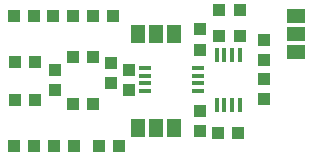
<source format=gtp>
G04 (created by PCBNEW (2013-jul-07)-stable) date Mon 28 Dec 2015 12:37:34 PM PST*
%MOIN*%
G04 Gerber Fmt 3.4, Leading zero omitted, Abs format*
%FSLAX34Y34*%
G01*
G70*
G90*
G04 APERTURE LIST*
%ADD10C,0.00393701*%
%ADD11R,0.0433X0.0393*%
%ADD12R,0.0393X0.0433*%
%ADD13R,0.0393X0.0157*%
%ADD14R,0.0118X0.0472*%
%ADD15R,0.063X0.046*%
%ADD16R,0.046X0.063*%
G04 APERTURE END LIST*
G54D10*
G54D11*
X57358Y-39426D03*
X56690Y-39426D03*
X56690Y-41001D03*
X57358Y-41001D03*
G54D12*
X54761Y-39584D03*
X55429Y-39584D03*
X54761Y-40844D03*
X55429Y-40844D03*
X56079Y-40508D03*
X56079Y-39840D03*
X56060Y-42379D03*
X56728Y-42379D03*
X57359Y-38048D03*
X58027Y-38048D03*
G54D11*
X57969Y-39604D03*
X57969Y-40272D03*
X55389Y-42379D03*
X54721Y-42379D03*
X56689Y-38048D03*
X56021Y-38048D03*
X54721Y-38048D03*
X55389Y-38048D03*
X58224Y-42379D03*
X57556Y-42379D03*
X58559Y-40508D03*
X58559Y-39840D03*
G54D12*
X60921Y-41218D03*
X60921Y-41886D03*
G54D13*
X60867Y-39790D03*
X60867Y-40046D03*
X60867Y-40301D03*
X60867Y-40557D03*
X59087Y-40557D03*
X59087Y-40301D03*
X59087Y-40046D03*
X59087Y-39790D03*
G54D12*
X60921Y-38502D03*
X60921Y-39170D03*
G54D11*
X61532Y-41946D03*
X62200Y-41946D03*
X63047Y-38856D03*
X63047Y-39524D03*
X63047Y-40155D03*
X63047Y-40823D03*
G54D12*
X61572Y-37852D03*
X62240Y-37852D03*
G54D11*
X62240Y-38718D03*
X61572Y-38718D03*
G54D14*
X61482Y-39343D03*
X61738Y-39343D03*
X61993Y-39343D03*
X62249Y-39343D03*
X62249Y-41005D03*
X61993Y-41005D03*
X61738Y-41005D03*
X61482Y-41005D03*
G54D15*
X64110Y-38039D03*
X64110Y-38639D03*
X64110Y-39239D03*
G54D16*
X60065Y-38639D03*
X59465Y-38639D03*
X58865Y-38639D03*
X58865Y-41789D03*
X59465Y-41789D03*
X60065Y-41789D03*
M02*

</source>
